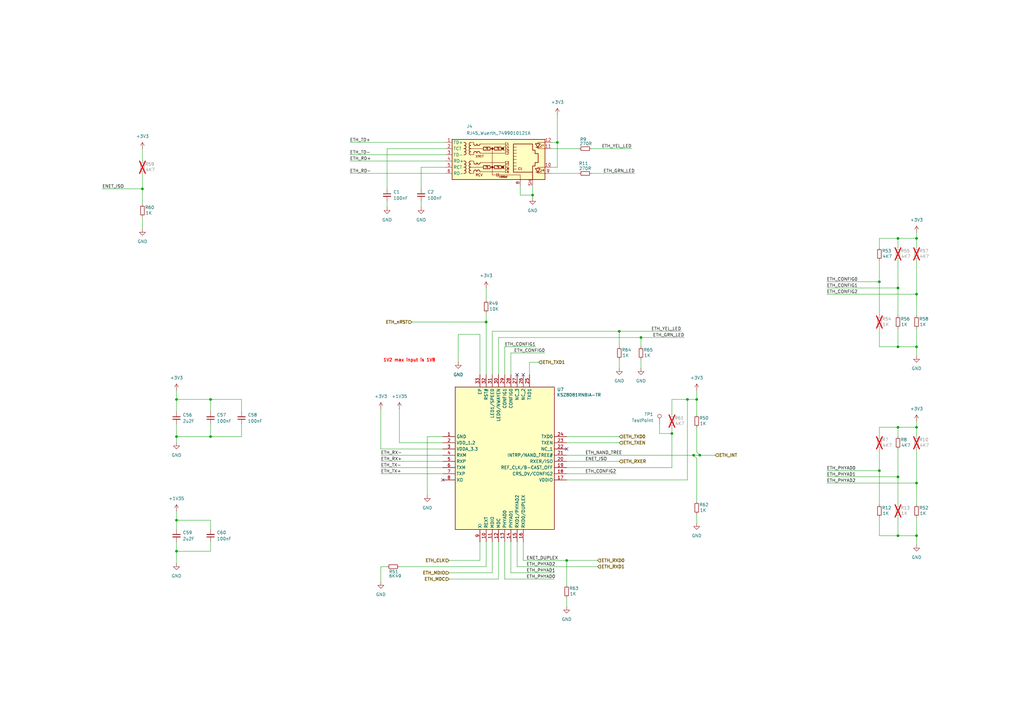
<source format=kicad_sch>
(kicad_sch (version 20250114) (generator "eeschema") (generator_version "9.0")
  (paper "A3")
  (lib_symbols
    (symbol "Connector:RJ45_Wuerth_7499010121A"
      (property "Reference" "J" (at 17.78 10.16 0))
      (property "Value" "RJ45_Wuerth_7499010121A" (at -6.35 10.16 0))
      (symbol "RJ45_Wuerth_7499010121A_0_0"
        (circle (center -1.27 5.08) (radius 0.0001) (stroke (width 0.508)))
        (polyline (pts (xy -1.27 5.08) (xy -1.27 -5.715)))
        (circle (center -1.27 -2.54) (radius 0.0001) (stroke (width 0.508)))
        (polyline (pts (xy 0.635 -5.08) (xy 0.635 -6.35)) (stroke (width 0.254)))
        (polyline (pts (xy 1.27 -5.08) (xy 1.27 -6.35)) (stroke (width 0.254)))
        (polyline (pts (xy 3.048 5.08) (xy 2.54 5.08)))
        (circle (center 3.048 5.08) (radius 0.0001) (stroke (width 0.508)))
        (polyline (pts (xy 3.048 -2.54) (xy 2.54 -2.54)))
        (circle (center 3.048 -2.54) (radius 0.0001) (stroke (width 0.508)))
        (polyline (pts (xy 3.683 5.715) (xy 3.048 5.715) (xy 3.048 4.445) (xy 3.683 4.445)))
        (polyline (pts (xy 3.683 -1.905) (xy 3.048 -1.905) (xy 3.048 -3.175) (xy 3.683 -3.175)))
        (polyline (pts (xy 17.399 7.112) (xy 17.399 7.62) (xy 20.32 7.62)))
        (polyline (pts (xy 17.399 -3.048) (xy 17.399 -2.54) (xy 20.32 -2.54)))
        (polyline (pts (xy 20.32 5.08) (xy 17.399 5.08) (xy 17.399 5.588)))
        (polyline (pts (xy 20.32 -5.08) (xy 17.399 -5.08) (xy 17.399 -4.572)))
        (text "XMIT" (at -8.255 1.905 0) (effects (font (size 1.016 1.016)) (justify left)))
        (text "RCV" (at -8.255 -5.715 0) (effects (font (size 1.016 1.016)) (justify left)))
        (text "C1" (at 4.699 6.985 0) (effects (font (size 0.889 0.889))))
        (text "C4" (at 4.699 5.715 0) (effects (font (size 0.889 0.889))))
        (text "C5" (at 4.699 4.445 0) (effects (font (size 0.889 0.889))))
        (text "C2" (at 4.699 3.175 0) (effects (font (size 0.889 0.889))))
        (text "C3" (at 4.699 -0.635 0) (effects (font (size 0.889 0.889))))
        (text "C7" (at 4.699 -1.905 0) (effects (font (size 0.889 0.889))))
        (text "C8" (at 4.699 -3.175 0) (effects (font (size 0.889 0.889))))
        (text "C6" (at 4.699 -4.445 0) (effects (font (size 0.889 0.889))))
        (text "C1" (at 10.16 -3.175 0) (effects (font (size 0.889 0.889))))
      )
      (symbol "RJ45_Wuerth_7499010121A_0_1"
        (rectangle (start -17.78 8.89) (end 20.32 -7.62) (stroke (width 0.254)) (fill (type background)))
        (polyline (pts (xy -12.7 7.62) (xy -13.081 7.62)))
        (polyline (pts (xy -12.7 5.08) (xy -13.081 5.08)))
        (polyline (pts (xy -12.7 2.54) (xy -13.081 2.54)))
        (polyline (pts (xy -12.7 0) (xy -13.081 0)))
        (polyline (pts (xy -12.7 -2.54) (xy -13.081 -2.54)))
        (polyline (pts (xy -12.7 -5.08) (xy -13.081 -5.08)))
        (polyline (pts (xy -10.16 7.62) (xy -8.89 7.62) (xy -8.89 6.985)))
        (polyline (pts (xy -10.16 0) (xy -8.89 0) (xy -8.89 -0.635)))
        (polyline (pts (xy -8.89 3.175) (xy -8.89 2.54) (xy -10.16 2.54)))
        (polyline (pts (xy -8.89 -4.445) (xy -8.89 -5.08) (xy -10.16 -5.08)))
        (polyline (pts (xy -6.35 6.985) (xy 3.683 6.985)))
        (polyline (pts (xy -6.35 3.175) (xy 3.683 3.175)))
        (polyline (pts (xy -6.35 -4.445) (xy 3.683 -4.445)))
        (polyline (pts (xy -6.223 -0.635) (xy 3.683 -0.635)))
        (polyline (pts (xy -5.08 -2.54) (xy -10.16 -2.54)))
        (polyline (pts (xy -4.953 5.08) (xy -10.16 5.08)))
        (polyline (pts (xy -2.159 5.08) (xy -0.381 5.08)))
        (polyline (pts (xy -2.159 -2.54) (xy -0.381 -2.54)))
        (polyline (pts (xy 0.635 -5.715) (xy -1.27 -5.715)))
        (polyline (pts (xy 7.366 3.175) (xy 8.636 3.175)))
        (polyline (pts (xy 7.366 1.905) (xy 8.636 1.905)))
        (polyline (pts (xy 7.366 0.635) (xy 8.636 0.635)))
        (polyline (pts (xy 7.366 -0.762) (xy 8.636 -0.762)))
        (polyline (pts (xy 7.366 -2.032) (xy 8.636 -2.032)))
        (polyline (pts (xy 8.636 5.715) (xy 7.366 5.715)))
        (polyline (pts (xy 8.636 4.445) (xy 7.366 4.445)))
        (polyline (pts (xy 8.636 -3.302) (xy 7.366 -3.302)))
        (polyline (pts (xy 10.16 -5.715) (xy 1.27 -5.715)))
        (polyline (pts (xy 10.16 -5.715) (xy 10.16 -7.62)))
      )
      (symbol "RJ45_Wuerth_7499010121A_1_0"
        (text "1000pF" (at 3.302 -6.477 0) (effects (font (size 0.635 0.635))))
      )
      (symbol "RJ45_Wuerth_7499010121A_1_1"
        (arc (start -12.7 0) (mid -12.0677 -0.635) (end -12.7 -1.27) (stroke (width 0.254)))
        (arc (start -12.6973 7.62) (mid -12.065 6.985) (end -12.6973 6.35) (stroke (width 0.254)))
        (arc (start -12.6973 -1.27) (mid -12.065 -1.905) (end -12.6973 -2.54) (stroke (width 0.254)))
        (arc (start -12.6973 -2.54) (mid -12.065 -3.175) (end -12.6973 -3.81) (stroke (width 0.254)))
        (arc (start -12.6973 -3.81) (mid -12.065 -4.445) (end -12.6973 -5.08) (stroke (width 0.254)))
        (arc (start -12.6946 6.35) (mid -12.0623 5.715) (end -12.6946 5.08) (stroke (width 0.254)))
        (arc (start -12.6946 5.08) (mid -12.0623 4.445) (end -12.6946 3.81) (stroke (width 0.254)))
        (arc (start -12.6946 3.81) (mid -12.0623 3.175) (end -12.6946 2.54) (stroke (width 0.254)))
        (arc (start -10.1654 6.35) (mid -10.7977 6.985) (end -10.1654 7.62) (stroke (width 0.254)))
        (arc (start -10.1654 5.08) (mid -10.7977 5.715) (end -10.1654 6.35) (stroke (width 0.254)))
        (arc (start -10.1654 3.81) (mid -10.7977 4.445) (end -10.1654 5.08) (stroke (width 0.254)))
        (arc (start -10.1654 -1.27) (mid -10.7977 -0.635) (end -10.1654 0) (stroke (width 0.254)))
        (arc (start -10.1654 -2.54) (mid -10.7977 -1.905) (end -10.1654 -1.27) (stroke (width 0.254)))
        (arc (start -10.1654 -3.81) (mid -10.7977 -3.175) (end -10.1654 -2.54) (stroke (width 0.254)))
        (arc (start -10.1627 2.54) (mid -10.795 3.175) (end -10.1627 3.81) (stroke (width 0.254)))
        (arc (start -10.1627 -5.08) (mid -10.795 -4.445) (end -10.1627 -3.81) (stroke (width 0.254)))
        (arc (start -7.62 6.9823) (mid -8.255 6.35) (end -8.89 6.9823) (stroke (width 0.254)))
        (arc (start -8.89 3.3047) (mid -8.255 3.937) (end -7.62 3.3047) (stroke (width 0.254)))
        (arc (start -8.89 -4.3153) (mid -8.255 -3.683) (end -7.62 -4.3153) (stroke (width 0.254)))
        (arc (start -7.5565 -0.7012) (mid -8.1915 -1.3335) (end -8.8265 -0.7012) (stroke (width 0.254)))
        (arc (start -6.35 6.985) (mid -6.985 6.3527) (end -7.62 6.985) (stroke (width 0.254)))
        (arc (start -7.62 3.3074) (mid -6.985 3.9397) (end -6.35 3.3074) (stroke (width 0.254)))
        (arc (start -7.62 -4.3126) (mid -6.985 -3.6803) (end -6.35 -4.3126) (stroke (width 0.254)))
        (arc (start -6.2865 -0.6985) (mid -6.9215 -1.3308) (end -7.5565 -0.6985) (stroke (width 0.254)))
        (rectangle (start -4.953 5.715) (end -2.159 4.445) (stroke (width 0.254)))
        (rectangle (start -4.953 -1.905) (end -2.159 -3.175) (stroke (width 0.254)))
        (rectangle (start -0.381 5.715) (end 2.413 4.445) (stroke (width 0.254)))
        (rectangle (start -0.381 -1.905) (end 2.413 -3.175) (stroke (width 0.254)))
        (polyline (pts (xy 7.366 -4.572) (xy 7.366 6.985) (xy 15.24 6.985) (xy 15.24 4.445) (xy 16.256 4.445) (xy 16.256 3.048) (xy 17.526 3.048) (xy 17.526 -0.635) (xy 16.256 -0.635) (xy 16.256 -2.032) (xy 15.24 -2.032) (xy 15.24 -4.572) (xy 7.366 -4.572)) (stroke (width 0.254)))
        (polyline (pts (xy 15.24 -7.62) (xy 15.24 -4.572)) (stroke (width 0.254)))
        (polyline (pts (xy 18.161 5.588) (xy 16.637 5.588)) (stroke (width 0.254)))
        (polyline (pts (xy 18.161 -4.572) (xy 16.637 -4.572)) (stroke (width 0.254)))
        (polyline (pts (xy 18.288 7.112) (xy 16.383 7.112) (xy 17.399 5.588) (xy 18.288 7.112)) (stroke (width 0.254)))
        (polyline (pts (xy 18.288 6.096) (xy 18.796 5.588) (xy 18.542 5.588)))
        (polyline (pts (xy 18.288 -3.048) (xy 16.383 -3.048) (xy 17.399 -4.572) (xy 18.288 -3.048)) (stroke (width 0.254)))
        (polyline (pts (xy 18.288 -4.064) (xy 18.796 -4.572) (xy 18.542 -4.572)))
        (polyline (pts (xy 18.542 6.731) (xy 19.05 6.223) (xy 18.796 6.223)))
        (polyline (pts (xy 18.542 -3.429) (xy 19.05 -3.937) (xy 18.796 -3.937)))
        (polyline (pts (xy 18.796 5.588) (xy 18.796 5.842)))
        (polyline (pts (xy 18.796 -4.572) (xy 18.796 -4.318)))
        (polyline (pts (xy 19.05 6.223) (xy 19.05 6.477)))
        (polyline (pts (xy 19.05 -3.937) (xy 19.05 -3.683)))
        (text "75" (at -3.556 5.08 0) (effects (font (size 0.635 0.635))))
        (text "75" (at -3.556 -2.54 0) (effects (font (size 0.635 0.635))))
        (text "75" (at 1.016 5.08 0) (effects (font (size 0.635 0.635))))
        (text "75" (at 1.016 -2.54 0) (effects (font (size 0.635 0.635))))
        (text "Y" (at 19.558 6.35 0) (effects (font (size 0.635 0.635))))
        (text "G" (at 19.685 -3.81 0) (effects (font (size 0.635 0.635))))
        (pin passive line (at -20.32 7.62 0) (length 2.54) (name "TD+") (number "1"))
        (pin passive line (at -20.32 5.08 0) (length 2.54) (name "TCT") (number "2"))
        (pin passive line (at -20.32 2.54 0) (length 2.54) (name "TD-") (number "3"))
        (pin passive line (at -20.32 0 0) (length 2.54) (name "RD+") (number "4"))
        (pin passive line (at -20.32 -2.54 0) (length 2.54) (name "RCT") (number "5"))
        (pin passive line (at -20.32 -5.08 0) (length 2.54) (name "RD-") (number "6"))
        (pin power_in line (at 10.16 -10.16 90) (length 2.54) (name "") (number "8"))
        (pin passive line (at 15.24 -10.16 90) (length 2.54) (name "") (number "SH"))
        (pin no_connect line (at 20.32 0 0) (length 0) (hide yes) (name "NC") (number "7"))
        (pin passive line (at 22.86 7.62 180) (length 2.54) (name "") (number "12"))
        (pin passive line (at 22.86 5.08 180) (length 2.54) (name "") (number "11"))
        (pin passive line (at 22.86 -2.54 180) (length 2.54) (name "") (number "10"))
        (pin passive line (at 22.86 -5.08 180) (length 2.54) (name "") (number "9"))
      )
    )
    (symbol "Connector:TestPoint" (pin_numbers (hide yes)) (pin_names (offset 0.762) (hide yes))
      (property "Reference" "TP" (at 0 6.858 0))
      (property "Value" "TestPoint" (at 0 5.08 0))
      (symbol "TestPoint_0_1"
        (circle (center 0 3.302) (radius 0.762))
      )
      (symbol "TestPoint_1_1"
        (pin passive line (at 0 0 90) (length 2.54) (name "1") (number "1"))
      )
    )
    (symbol "Device:C_Small" (pin_numbers (hide yes)) (pin_names (offset 0.254) (hide yes))
      (property "Reference" "C" (at 0.254 1.778 0))
      (property "Value" "C_Small" (at 0.254 -2.032 0))
      (symbol "C_Small_0_1"
        (polyline (pts (xy -1.524 0.508) (xy 1.524 0.508)) (stroke (width 0.3048)))
        (polyline (pts (xy -1.524 -0.508) (xy 1.524 -0.508)) (stroke (width 0.3302)))
      )
      (symbol "C_Small_1_1"
        (pin passive line (at 0 2.54 270) (length 2.032) (name "~") (number "1"))
        (pin passive line (at 0 -2.54 90) (length 2.032) (name "~") (number "2"))
      )
    )
    (symbol "Device:R_Small" (pin_numbers (hide yes)) (pin_names (offset 0.254) (hide yes))
      (property "Reference" "R" (at 0.762 0.508 0))
      (property "Value" "R_Small" (at 0.762 -1.016 0))
      (symbol "R_Small_0_1"
        (rectangle (start -0.762 1.778) (end 0.762 -1.778) (stroke (width 0.2032)))
      )
      (symbol "R_Small_1_1"
        (pin passive line (at 0 2.54 270) (length 0.762) (name "~") (number "1"))
        (pin passive line (at 0 -2.54 90) (length 0.762) (name "~") (number "2"))
      )
    )
    (symbol "NXP_SBC:KSZ8081RNBIA-TR"
      (property "Reference" "U" (at 46.99 25.4 0))
      (property "Value" "KSZ8081RNBIA-TR" (at 46.99 22.86 0))
      (symbol "KSZ8081RNBIA-TR_1_1"
        (rectangle (start 5.08 20.32) (end 45.72 -38.1) (stroke (width 0.254)) (fill (type background)))
        (pin power_in line (at 0 0 0) (length 5.08) (name "GND") (number "1"))
        (pin power_in line (at 0 -2.54 0) (length 5.08) (name "VDD_1.2") (number "2"))
        (pin power_in line (at 0 -5.08 0) (length 5.08) (name "VDDA_3.3") (number "3"))
        (pin passive line (at 0 -7.62 0) (length 5.08) (name "RXM") (number "4"))
        (pin passive line (at 0 -10.16 0) (length 5.08) (name "RXP") (number "5"))
        (pin passive line (at 0 -12.7 0) (length 5.08) (name "TXM") (number "6"))
        (pin passive line (at 0 -15.24 0) (length 5.08) (name "TXP") (number "7"))
        (pin passive line (at 0 -17.78 0) (length 5.08) (name "XO") (number "8"))
        (pin passive line (at 15.24 25.4 270) (length 5.08) (name "EP") (number "33"))
        (pin passive line (at 15.24 -43.18 90) (length 5.08) (name "XI") (number "9"))
        (pin input line (at 17.78 25.4 270) (length 5.08) (name "RST#") (number "32"))
        (pin passive line (at 17.78 -43.18 90) (length 5.08) (name "REXT") (number "10"))
        (pin passive line (at 20.32 25.4 270) (length 5.08) (name "LED1/SPEED") (number "31"))
        (pin bidirectional line (at 20.32 -43.18 90) (length 5.08) (name "MDIO") (number "11"))
        (pin passive line (at 22.86 25.4 270) (length 5.08) (name "LED0/NWAYEN") (number "30"))
        (pin passive line (at 22.86 -43.18 90) (length 5.08) (name "MDC") (number "12"))
        (pin passive line (at 25.4 25.4 270) (length 5.08) (name "CONFIG1") (number "29"))
        (pin passive line (at 25.4 -43.18 90) (length 5.08) (name "PHYAD0") (number "13"))
        (pin passive line (at 27.94 25.4 270) (length 5.08) (name "CONFIG0") (number "28"))
        (pin passive line (at 27.94 -43.18 90) (length 5.08) (name "PHYAD1") (number "14"))
        (pin passive line (at 30.48 25.4 270) (length 5.08) (name "NC_3") (number "27"))
        (pin passive line (at 30.48 -43.18 90) (length 5.08) (name "RXD1/PHYAD2") (number "15"))
        (pin passive line (at 33.02 25.4 270) (length 5.08) (name "NC_2") (number "26"))
        (pin passive line (at 33.02 -43.18 90) (length 5.08) (name "RXD0/DUPLEX") (number "16"))
        (pin passive line (at 35.56 25.4 270) (length 5.08) (name "TXD1") (number "25"))
        (pin passive line (at 50.8 0 180) (length 5.08) (name "TXD0") (number "24"))
        (pin passive line (at 50.8 -2.54 180) (length 5.08) (name "TXEN") (number "23"))
        (pin passive line (at 50.8 -5.08 180) (length 5.08) (name "NC_1") (number "22"))
        (pin input line (at 50.8 -7.62 180) (length 5.08) (name "INTRP/NAND_TREE#") (number "21"))
        (pin passive line (at 50.8 -10.16 180) (length 5.08) (name "RXER/ISO") (number "20"))
        (pin input line (at 50.8 -12.7 180) (length 5.08) (name "REF_CLK/B-CAST_OFF") (number "19"))
        (pin passive line (at 50.8 -15.24 180) (length 5.08) (name "CRS_DV/CONFIG2") (number "18"))
        (pin power_in line (at 50.8 -17.78 180) (length 5.08) (name "VDDIO") (number "17"))
      )
    )
    (symbol "power:+1V35" (power) (pin_numbers (hide yes)) (pin_names (offset 0) (hide yes))
      (property "Value" "+1V35" (at 0 3.556 0))
      (symbol "+1V35_0_1"
        (polyline (pts (xy -0.762 1.27) (xy 0 2.54)))
        (polyline (pts (xy 0 2.54) (xy 0.762 1.27)))
        (polyline (pts (xy 0 0) (xy 0 2.54)))
      )
      (symbol "+1V35_1_1"
        (pin power_in line (at 0 0 90) (length 0) (name "~") (number "1"))
      )
    )
    (symbol "power:+3V3" (power) (pin_numbers (hide yes)) (pin_names (offset 0) (hide yes))
      (property "Value" "+3V3" (at 0 3.556 0))
      (symbol "+3V3_0_1"
        (polyline (pts (xy -0.762 1.27) (xy 0 2.54)))
        (polyline (pts (xy 0 2.54) (xy 0.762 1.27)))
        (polyline (pts (xy 0 0) (xy 0 2.54)))
      )
      (symbol "+3V3_1_1"
        (pin power_in line (at 0 0 90) (length 0) (name "~") (number "1"))
      )
    )
    (symbol "power:GND" (power) (pin_numbers (hide yes)) (pin_names (offset 0) (hide yes))
      (property "Value" "GND" (at 0 -3.81 0))
      (symbol "GND_0_1"
        (polyline (pts (xy 0 0) (xy 0 -1.27) (xy 1.27 -1.27) (xy 0 -2.54) (xy -1.27 -1.27) (xy 0 -1.27)))
      )
      (symbol "GND_1_1"
        (pin power_in line (at 0 0 270) (length 0) (name "~") (number "1"))
      )
    )
  )
  (text "1V2 max input is 1V8" (at 167.894 147.828 0) (effects (font (size 1.27 1.27) (thickness 0.254) (bold yes))))
  (junction (at 375.92 120.65))
  (junction (at 287.02 186.69))
  (junction (at 72.39 213.36))
  (junction (at 86.36 179.07))
  (junction (at 375.92 175.26))
  (junction (at 228.6 58.42))
  (junction (at 284.48 186.69))
  (junction (at 72.39 179.07))
  (junction (at 368.3 219.71))
  (junction (at 375.92 97.79))
  (junction (at 281.94 163.83))
  (junction (at 368.3 175.26))
  (junction (at 254 135.89))
  (junction (at 375.92 219.71))
  (junction (at 199.39 132.08))
  (junction (at 375.92 198.12))
  (junction (at 360.68 115.57))
  (junction (at 375.92 142.24))
  (junction (at 368.3 97.79))
  (junction (at 368.3 195.58))
  (junction (at 368.3 142.24))
  (junction (at 232.41 229.87))
  (junction (at 72.39 163.83))
  (junction (at 218.44 80.01))
  (junction (at 360.68 193.04))
  (junction (at 86.36 163.83))
  (junction (at 72.39 226.06))
  (junction (at 368.3 118.11))
  (junction (at 262.89 138.43))
  (junction (at 58.42 77.47))
  (junction (at 285.75 163.83))
  (junction (at 275.59 177.8))
  (no_connect (at 181.61 196.85))
  (no_connect (at 232.41 184.15))
  (no_connect (at 214.63 153.67))
  (no_connect (at 212.09 153.67))
  (wire (pts (xy 175.26 179.07) (xy 175.26 203.2)))
  (wire (pts (xy 254 147.32) (xy 254 151.13)))
  (wire (pts (xy 254 135.89) (xy 254 142.24)))
  (wire (pts (xy 201.93 222.25) (xy 201.93 234.95)))
  (wire (pts (xy 360.68 115.57) (xy 339.09 115.57)))
  (wire (pts (xy 270.51 173.99) (xy 270.51 177.8)))
  (wire (pts (xy 72.39 173.99) (xy 72.39 179.07)))
  (wire (pts (xy 58.42 77.47) (xy 58.42 83.82)))
  (wire (pts (xy 172.72 82.55) (xy 172.72 85.09)))
  (wire (pts (xy 279.4 135.89) (xy 254 135.89)))
  (wire (pts (xy 285.75 185.42) (xy 287.02 186.69)))
  (wire (pts (xy 232.41 229.87) (xy 245.11 229.87)))
  (wire (pts (xy 41.91 77.47) (xy 58.42 77.47)))
  (wire (pts (xy 86.36 163.83) (xy 86.36 168.91)))
  (wire (pts (xy 99.06 179.07) (xy 86.36 179.07)))
  (wire (pts (xy 285.75 163.83) (xy 285.75 170.18)))
  (wire (pts (xy 226.06 71.12) (xy 237.49 71.12)))
  (wire (pts (xy 212.09 222.25) (xy 212.09 232.41)))
  (wire (pts (xy 58.42 88.9) (xy 58.42 93.98)))
  (wire (pts (xy 368.3 118.11) (xy 368.3 129.54)))
  (wire (pts (xy 360.68 115.57) (xy 360.68 129.54)))
  (wire (pts (xy 360.68 184.15) (xy 360.68 193.04)))
  (wire (pts (xy 360.68 193.04) (xy 360.68 207.01)))
  (wire (pts (xy 58.42 71.12) (xy 58.42 77.47)))
  (wire (pts (xy 156.21 189.23) (xy 181.61 189.23)))
  (wire (pts (xy 375.92 172.72) (xy 375.92 175.26)))
  (wire (pts (xy 368.3 212.09) (xy 368.3 219.71)))
  (wire (pts (xy 156.21 238.76) (xy 156.21 232.41)))
  (wire (pts (xy 143.51 66.04) (xy 182.88 66.04)))
  (wire (pts (xy 232.41 245.11) (xy 232.41 248.92)))
  (wire (pts (xy 199.39 153.67) (xy 199.39 132.08)))
  (wire (pts (xy 143.51 58.42) (xy 182.88 58.42)))
  (wire (pts (xy 156.21 191.77) (xy 181.61 191.77)))
  (wire (pts (xy 281.94 163.83) (xy 285.75 163.83)))
  (wire (pts (xy 156.21 184.15) (xy 156.21 167.64)))
  (wire (pts (xy 181.61 184.15) (xy 156.21 184.15)))
  (wire (pts (xy 375.92 212.09) (xy 375.92 219.71)))
  (wire (pts (xy 172.72 68.58) (xy 172.72 77.47)))
  (wire (pts (xy 375.92 179.07) (xy 375.92 175.26)))
  (wire (pts (xy 181.61 181.61) (xy 163.83 181.61)))
  (wire (pts (xy 163.83 181.61) (xy 163.83 167.64)))
  (wire (pts (xy 209.55 222.25) (xy 209.55 234.95)))
  (wire (pts (xy 158.75 77.47) (xy 158.75 60.96)))
  (wire (pts (xy 72.39 213.36) (xy 72.39 217.17)))
  (wire (pts (xy 207.01 222.25) (xy 207.01 237.49)))
  (wire (pts (xy 285.75 205.74) (xy 285.75 187.96)))
  (wire (pts (xy 156.21 232.41) (xy 158.75 232.41)))
  (wire (pts (xy 375.92 219.71) (xy 375.92 223.52)))
  (wire (pts (xy 196.85 153.67) (xy 196.85 137.16)))
  (wire (pts (xy 275.59 163.83) (xy 275.59 170.18)))
  (wire (pts (xy 285.75 210.82) (xy 285.75 214.63)))
  (wire (pts (xy 86.36 226.06) (xy 72.39 226.06)))
  (wire (pts (xy 368.3 134.62) (xy 368.3 142.24)))
  (wire (pts (xy 184.15 234.95) (xy 201.93 234.95)))
  (wire (pts (xy 375.92 142.24) (xy 375.92 146.05)))
  (wire (pts (xy 196.85 222.25) (xy 196.85 229.87)))
  (wire (pts (xy 275.59 163.83) (xy 281.94 163.83)))
  (wire (pts (xy 207.01 142.24) (xy 219.71 142.24)))
  (wire (pts (xy 226.06 58.42) (xy 228.6 58.42)))
  (wire (pts (xy 339.09 120.65) (xy 375.92 120.65)))
  (wire (pts (xy 187.96 137.16) (xy 187.96 148.59)))
  (wire (pts (xy 375.92 198.12) (xy 375.92 207.01)))
  (wire (pts (xy 218.44 80.01) (xy 218.44 76.2)))
  (wire (pts (xy 204.47 138.43) (xy 204.47 153.67)))
  (wire (pts (xy 58.42 60.96) (xy 58.42 66.04)))
  (wire (pts (xy 218.44 80.01) (xy 218.44 81.28)))
  (wire (pts (xy 360.68 175.26) (xy 360.68 179.07)))
  (wire (pts (xy 228.6 58.42) (xy 228.6 46.99)))
  (wire (pts (xy 213.36 76.2) (xy 213.36 80.01)))
  (wire (pts (xy 285.75 160.02) (xy 285.75 163.83)))
  (wire (pts (xy 72.39 163.83) (xy 72.39 168.91)))
  (wire (pts (xy 86.36 173.99) (xy 86.36 179.07)))
  (wire (pts (xy 368.3 195.58) (xy 368.3 184.15)))
  (wire (pts (xy 285.75 175.26) (xy 285.75 185.42)))
  (wire (pts (xy 217.17 153.67) (xy 217.17 148.59)))
  (wire (pts (xy 209.55 153.67) (xy 209.55 144.78)))
  (wire (pts (xy 99.06 163.83) (xy 86.36 163.83)))
  (wire (pts (xy 168.91 132.08) (xy 199.39 132.08)))
  (wire (pts (xy 368.3 118.11) (xy 368.3 106.68)))
  (wire (pts (xy 339.09 118.11) (xy 368.3 118.11)))
  (wire (pts (xy 212.09 232.41) (xy 245.11 232.41)))
  (wire (pts (xy 375.92 198.12) (xy 375.92 184.15)))
  (wire (pts (xy 207.01 237.49) (xy 227.33 237.49)))
  (wire (pts (xy 368.3 142.24) (xy 375.92 142.24)))
  (wire (pts (xy 232.41 191.77) (xy 275.59 191.77)))
  (wire (pts (xy 158.75 60.96) (xy 182.88 60.96)))
  (wire (pts (xy 156.21 186.69) (xy 181.61 186.69)))
  (wire (pts (xy 375.92 120.65) (xy 375.92 129.54)))
  (wire (pts (xy 199.39 118.11) (xy 199.39 123.19)))
  (wire (pts (xy 275.59 175.26) (xy 275.59 177.8)))
  (wire (pts (xy 368.3 195.58) (xy 368.3 207.01)))
  (wire (pts (xy 368.3 179.07) (xy 368.3 175.26)))
  (wire (pts (xy 262.89 138.43) (xy 262.89 142.24)))
  (wire (pts (xy 184.15 237.49) (xy 204.47 237.49)))
  (wire (pts (xy 339.09 195.58) (xy 368.3 195.58)))
  (wire (pts (xy 281.94 196.85) (xy 281.94 163.83)))
  (wire (pts (xy 375.92 97.79) (xy 368.3 97.79)))
  (wire (pts (xy 158.75 82.55) (xy 158.75 85.09)))
  (wire (pts (xy 262.89 147.32) (xy 262.89 151.13)))
  (wire (pts (xy 242.57 71.12) (xy 260.35 71.12)))
  (wire (pts (xy 199.39 128.27) (xy 199.39 132.08)))
  (wire (pts (xy 72.39 160.02) (xy 72.39 163.83)))
  (wire (pts (xy 270.51 177.8) (xy 275.59 177.8)))
  (wire (pts (xy 254 135.89) (xy 201.93 135.89)))
  (wire (pts (xy 339.09 198.12) (xy 375.92 198.12)))
  (wire (pts (xy 86.36 179.07) (xy 72.39 179.07)))
  (wire (pts (xy 217.17 148.59) (xy 220.98 148.59)))
  (wire (pts (xy 375.92 120.65) (xy 375.92 106.68)))
  (wire (pts (xy 232.41 186.69) (xy 284.48 186.69)))
  (wire (pts (xy 232.41 196.85) (xy 281.94 196.85)))
  (wire (pts (xy 209.55 234.95) (xy 227.33 234.95)))
  (wire (pts (xy 368.3 101.6) (xy 368.3 97.79)))
  (wire (pts (xy 360.68 142.24) (xy 368.3 142.24)))
  (wire (pts (xy 72.39 226.06) (xy 72.39 231.14)))
  (wire (pts (xy 72.39 179.07) (xy 72.39 181.61)))
  (wire (pts (xy 360.68 219.71) (xy 368.3 219.71)))
  (wire (pts (xy 287.02 186.69) (xy 293.37 186.69)))
  (wire (pts (xy 360.68 97.79) (xy 360.68 101.6)))
  (wire (pts (xy 86.36 213.36) (xy 72.39 213.36)))
  (wire (pts (xy 275.59 177.8) (xy 275.59 191.77)))
  (wire (pts (xy 143.51 71.12) (xy 182.88 71.12)))
  (wire (pts (xy 226.06 60.96) (xy 237.49 60.96)))
  (wire (pts (xy 226.06 68.58) (xy 228.6 68.58)))
  (wire (pts (xy 72.39 209.55) (xy 72.39 213.36)))
  (wire (pts (xy 232.41 179.07) (xy 254 179.07)))
  (wire (pts (xy 360.68 134.62) (xy 360.68 142.24)))
  (wire (pts (xy 368.3 175.26) (xy 360.68 175.26)))
  (wire (pts (xy 86.36 222.25) (xy 86.36 226.06)))
  (wire (pts (xy 232.41 189.23) (xy 254 189.23)))
  (wire (pts (xy 375.92 95.25) (xy 375.92 97.79)))
  (wire (pts (xy 172.72 68.58) (xy 182.88 68.58)))
  (wire (pts (xy 214.63 222.25) (xy 214.63 229.87)))
  (wire (pts (xy 201.93 135.89) (xy 201.93 153.67)))
  (wire (pts (xy 72.39 222.25) (xy 72.39 226.06)))
  (wire (pts (xy 375.92 134.62) (xy 375.92 142.24)))
  (wire (pts (xy 228.6 68.58) (xy 228.6 58.42)))
  (wire (pts (xy 196.85 137.16) (xy 187.96 137.16)))
  (wire (pts (xy 284.48 186.69) (xy 287.02 186.69)))
  (wire (pts (xy 163.83 232.41) (xy 199.39 232.41)))
  (wire (pts (xy 280.67 138.43) (xy 262.89 138.43)))
  (wire (pts (xy 213.36 80.01) (xy 218.44 80.01)))
  (wire (pts (xy 368.3 97.79) (xy 360.68 97.79)))
  (wire (pts (xy 232.41 194.31) (xy 252.73 194.31)))
  (wire (pts (xy 375.92 175.26) (xy 368.3 175.26)))
  (wire (pts (xy 214.63 229.87) (xy 232.41 229.87)))
  (wire (pts (xy 232.41 229.87) (xy 232.41 240.03)))
  (wire (pts (xy 156.21 194.31) (xy 181.61 194.31)))
  (wire (pts (xy 232.41 181.61) (xy 254 181.61)))
  (wire (pts (xy 204.47 222.25) (xy 204.47 237.49)))
  (wire (pts (xy 99.06 173.99) (xy 99.06 179.07)))
  (wire (pts (xy 360.68 106.68) (xy 360.68 115.57)))
  (wire (pts (xy 285.75 187.96) (xy 284.48 186.69)))
  (wire (pts (xy 360.68 212.09) (xy 360.68 219.71)))
  (wire (pts (xy 143.51 63.5) (xy 182.88 63.5)))
  (wire (pts (xy 86.36 163.83) (xy 72.39 163.83)))
  (wire (pts (xy 99.06 168.91) (xy 99.06 163.83)))
  (wire (pts (xy 360.68 193.04) (xy 339.09 193.04)))
  (wire (pts (xy 368.3 219.71) (xy 375.92 219.71)))
  (wire (pts (xy 196.85 229.87) (xy 184.15 229.87)))
  (wire (pts (xy 375.92 101.6) (xy 375.92 97.79)))
  (wire (pts (xy 262.89 138.43) (xy 204.47 138.43)))
  (wire (pts (xy 181.61 179.07) (xy 175.26 179.07)))
  (wire (pts (xy 207.01 153.67) (xy 207.01 142.24)))
  (wire (pts (xy 242.57 60.96) (xy 259.08 60.96)))
  (wire (pts (xy 86.36 217.17) (xy 86.36 213.36)))
  (wire (pts (xy 209.55 144.78) (xy 223.52 144.78)))
  (wire (pts (xy 199.39 222.25) (xy 199.39 232.41)))
  (label "ETH_PHYAD0" (at 339.09 193.04 0) (effects (font (thickness 0.1588))))
  (label "ETH_RX-" (at 156.21 186.69 0))
  (label "ETH_PHYAD1" (at 339.09 195.58 0) (effects (font (thickness 0.1588))))
  (label "ETH_RD+" (at 143.51 66.04 0))
  (label "ETH_GRN_LED" (at 260.35 71.12 180))
  (label "ETH_PHYAD1" (at 215.9 234.95 0) (effects (font (thickness 0.1588))))
  (label "ETH_NAND_TREE" (at 240.03 186.69 0) (effects (font (thickness 0.1588))))
  (label "ETH_CONFIG2" (at 252.73 194.31 180))
  (label "ETH_YEL_LED" (at 279.4 135.89 180))
  (label "ETH_CONFIG1" (at 351.79 118.11 180))
  (label "ENET_DUPLEX" (at 215.9 229.87 0) (effects (font (thickness 0.1588))))
  (label "ETH_GRN_LED" (at 280.67 138.43 180))
  (label "ETH_CONFIG0" (at 351.79 115.57 180))
  (label "ENET_ISO" (at 240.03 189.23 0) (effects (font (thickness 0.1588))))
  (label "ETH_PHYAD2" (at 215.9 232.41 0) (effects (font (thickness 0.1588))))
  (label "ETH_TX+" (at 156.21 194.31 0))
  (label "ETH_CONFIG2" (at 351.79 120.65 180))
  (label "ETH_PHYAD0" (at 215.9 237.49 0) (effects (font (thickness 0.1588))))
  (label "ETH_TD-" (at 143.51 63.5 0))
  (label "ENET_ISO" (at 41.91 77.47 0) (effects (font (thickness 0.1588))))
  (label "ETH_TD+" (at 143.51 58.42 0))
  (label "ETH_CONFIG0" (at 223.52 144.78 180))
  (label "ETH_RD-" (at 143.51 71.12 0))
  (label "ETH_PHYAD2" (at 339.09 198.12 0) (effects (font (thickness 0.1588))))
  (label "ETH_RX+" (at 156.21 189.23 0))
  (label "ETH_CONFIG1" (at 219.71 142.24 180))
  (label "ETH_YEL_LED" (at 259.08 60.96 180))
  (label "ETH_TX-" (at 156.21 191.77 0))
  (hierarchical_label "ETH_TXD0" (shape input) (at 254 179.07 0) (effects (font (thickness 0.254) (bold yes))))
  (hierarchical_label "ETH_RXD1" (shape input) (at 245.11 232.41 0) (effects (font (thickness 0.254) (bold yes))))
  (hierarchical_label "ETH_CLK" (shape input) (at 184.15 229.87 180) (effects (font (thickness 0.254) (bold yes))))
  (hierarchical_label "ETH_RXER" (shape input) (at 254 189.23 0) (effects (font (thickness 0.254) (bold yes))))
  (hierarchical_label "ETH_RXD0" (shape input) (at 245.11 229.87 0) (effects (font (thickness 0.254) (bold yes))))
  (hierarchical_label "ETH_INT" (shape input) (at 293.37 186.69 0) (effects (font (thickness 0.254) (bold yes))))
  (hierarchical_label "ETH_MDC" (shape input) (at 184.15 237.49 180) (effects (font (thickness 0.254) (bold yes))))
  (hierarchical_label "ETH_TXEN" (shape input) (at 254 181.61 0) (effects (font (thickness 0.254) (bold yes))))
  (hierarchical_label "ETH_MDIO" (shape input) (at 184.15 234.95 180) (effects (font (thickness 0.254) (bold yes))))
  (hierarchical_label "ETH_nRST" (shape input) (at 168.91 132.08 180) (effects (font (thickness 0.254) (bold yes))))
  (hierarchical_label "ETH_TXD1" (shape input) (at 220.98 148.59 0) (effects (font (thickness 0.254) (bold yes))))
  (symbol (lib_id "Device:R_Small") (at 199.39 125.73 0) (unit 1)
    (property "Reference" "R49" (at 200.406 124.46 0) (effects (justify left)))
    (property "Value" "10K" (at 200.66 126.746 0) (effects (justify left)))
    (property "Footprint" "Resistor_SMD:R_01005_0402Metric" (effects (hide yes)))
    (property "Description" "Resistor, small symbol" (effects (hide yes)))
  )
  (symbol (lib_id "Device:R_Small") (at 58.42 86.36 0) (unit 1)
    (property "Reference" "R60" (at 59.436 85.09 0) (effects (justify left)))
    (property "Value" "1K" (at 59.69 87.376 0) (effects (justify left)))
    (property "Footprint" "Resistor_SMD:R_01005_0402Metric" (effects (hide yes)))
    (property "Description" "Resistor, small symbol" (effects (hide yes)))
  )
  (symbol (lib_id "Device:R_Small") (at 161.29 232.41 270) (unit 1)
    (property "Reference" "R51" (at 159.512 234.442 90) (effects (justify left)))
    (property "Value" "6K49" (at 159.512 236.22 90) (effects (justify left)))
    (property "Footprint" "Resistor_SMD:R_01005_0402Metric" (effects (hide yes)))
    (property "Description" "Resistor, small symbol" (effects (hide yes)))
  )
  (symbol (lib_id "Device:C_Small") (at 72.39 219.71 0) (unit 1)
    (property "Reference" "C59" (at 74.93 218.4462 0) (effects (justify left)))
    (property "Value" "2u2F" (at 74.93 220.9862 0) (effects (justify left)))
    (property "Footprint" "Capacitor_SMD:C_0603_1608Metric_Pad1.08x0.95mm_HandSolder" (effects (hide yes)))
    (property "Description" "Unpolarized capacitor, small symbol" (effects (hide yes)))
  )
  (symbol (lib_id "power:+3V3") (at 228.6 46.99 0) (unit 1)
    (property "Reference" "#PWR077" (effects (hide yes)))
    (property "Value" "+3V3" (at 228.6 41.91 0))
    (property "Description" "Power symbol creates a global label with name \"+3V3\"" (effects (hide yes)))
  )
  (symbol (lib_id "Device:R_Small") (at 262.89 144.78 0) (unit 1)
    (property "Reference" "R65" (at 263.906 143.51 0) (effects (justify left)))
    (property "Value" "1K" (at 264.16 145.796 0) (effects (justify left)))
    (property "Footprint" "Resistor_SMD:R_01005_0402Metric" (effects (hide yes)))
    (property "Description" "Resistor, small symbol" (effects (hide yes)))
  )
  (symbol (lib_id "Device:R_Small") (at 375.92 181.61 0) (unit 1) (dnp yes)
    (property "Reference" "R10" (at 376.936 180.34 0) (effects (justify left)))
    (property "Value" "4K7" (at 377.19 182.626 0) (effects (justify left)))
    (property "Footprint" "Resistor_SMD:R_01005_0402Metric" (effects (hide yes)))
    (property "Description" "Resistor, small symbol" (effects (hide yes)))
  )
  (symbol (lib_id "power:GND") (at 58.42 93.98 0) (unit 1)
    (property "Reference" "#PWR083" (effects (hide yes)))
    (property "Value" "GND" (at 58.42 99.06 0))
    (property "Description" "Power symbol creates a global label with name \"GND\" , ground" (effects (hide yes)))
  )
  (symbol (lib_id "power:GND") (at 72.39 231.14 0) (unit 1)
    (property "Reference" "#PWR090" (effects (hide yes)))
    (property "Value" "GND" (at 72.39 236.22 0))
    (property "Description" "Power symbol creates a global label with name \"GND\" , ground" (effects (hide yes)))
  )
  (symbol (lib_id "Device:C_Small") (at 99.06 171.45 180) (unit 1)
    (property "Reference" "C58" (at 101.6 170.1735 0) (effects (justify right)))
    (property "Value" "100nF" (at 101.6 172.7135 0) (effects (justify right)))
    (property "Footprint" "Capacitor_SMD:C_0603_1608Metric_Pad1.08x0.95mm_HandSolder" (effects (hide yes)))
    (property "Description" "Unpolarized capacitor, small symbol" (effects (hide yes)))
  )
  (symbol (lib_id "Device:R_Small") (at 360.68 209.55 0) (unit 1)
    (property "Reference" "R12" (at 361.696 208.28 0) (effects (justify left)))
    (property "Value" "1K" (at 361.95 210.566 0) (effects (justify left)))
    (property "Footprint" "Resistor_SMD:R_01005_0402Metric" (effects (hide yes)))
    (property "Description" "Resistor, small symbol" (effects (hide yes)))
  )
  (symbol (lib_id "power:GND") (at 285.75 214.63 0) (unit 1)
    (property "Reference" "#PWR084" (effects (hide yes)))
    (property "Value" "GND" (at 285.75 219.71 0))
    (property "Description" "Power symbol creates a global label with name \"GND\" , ground" (effects (hide yes)))
  )
  (symbol (lib_id "Device:R_Small") (at 285.75 208.28 0) (unit 1)
    (property "Reference" "R62" (at 286.766 207.01 0) (effects (justify left)))
    (property "Value" "1K" (at 287.02 209.296 0) (effects (justify left)))
    (property "Footprint" "Resistor_SMD:R_01005_0402Metric" (effects (hide yes)))
    (property "Description" "Resistor, small symbol" (effects (hide yes)))
  )
  (symbol (lib_id "Connector:TestPoint") (at 270.51 173.99 0) (unit 1)
    (property "Reference" "TP1" (at 267.97 169.926 0) (effects (justify right)))
    (property "Value" "TestPoint" (at 267.97 172.466 0) (effects (justify right)))
    (property "Footprint" "TestPoint:TestPoint_Pad_D1.0mm" (effects (hide yes)))
    (property "Description" "test point" (effects (hide yes)))
  )
  (symbol (lib_id "Device:R_Small") (at 368.3 132.08 0) (unit 1)
    (property "Reference" "R56" (at 369.316 130.81 0) (effects (justify left)))
    (property "Value" "1K" (at 369.57 133.096 0) (effects (justify left)))
    (property "Footprint" "Resistor_SMD:R_01005_0402Metric" (effects (hide yes)))
    (property "Description" "Resistor, small symbol" (effects (hide yes)))
  )
  (symbol (lib_id "power:+1V35") (at 163.83 167.64 0) (unit 1)
    (property "Reference" "#PWR072" (effects (hide yes)))
    (property "Value" "+1V35" (at 163.83 162.56 0))
    (property "Description" "Power symbol creates a global label with name \"+1V35\"" (effects (hide yes)))
  )
  (symbol (lib_id "Device:R_Small") (at 375.92 209.55 0) (unit 1)
    (property "Reference" "R52" (at 376.936 208.28 0) (effects (justify left)))
    (property "Value" "1K" (at 377.19 210.566 0) (effects (justify left)))
    (property "Footprint" "Resistor_SMD:R_01005_0402Metric" (effects (hide yes)))
    (property "Description" "Resistor, small symbol" (effects (hide yes)))
  )
  (symbol (lib_id "power:GND") (at 254 151.13 0) (unit 1)
    (property "Reference" "#PWR086" (effects (hide yes)))
    (property "Value" "GND" (at 254 156.21 0))
    (property "Description" "Power symbol creates a global label with name \"GND\" , ground" (effects (hide yes)))
  )
  (symbol (lib_id "Device:C_Small") (at 86.36 171.45 180) (unit 1)
    (property "Reference" "C57" (at 88.9 170.1735 0) (effects (justify right)))
    (property "Value" "100nF" (at 88.9 172.7135 0) (effects (justify right)))
    (property "Footprint" "Capacitor_SMD:C_0603_1608Metric_Pad1.08x0.95mm_HandSolder" (effects (hide yes)))
    (property "Description" "Unpolarized capacitor, small symbol" (effects (hide yes)))
  )
  (symbol (lib_id "power:+3V3") (at 72.39 160.02 0) (unit 1)
    (property "Reference" "#PWR088" (effects (hide yes)))
    (property "Value" "+3V3" (at 72.39 154.94 0))
    (property "Description" "Power symbol creates a global label with name \"+3V3\"" (effects (hide yes)))
  )
  (symbol (lib_id "power:+3V3") (at 199.39 118.11 0) (unit 1)
    (property "Reference" "#PWR075" (effects (hide yes)))
    (property "Value" "+3V3" (at 199.39 113.03 0))
    (property "Description" "Power symbol creates a global label with name \"+3V3\"" (effects (hide yes)))
  )
  (symbol (lib_id "Device:R_Small") (at 58.42 68.58 0) (unit 1) (dnp yes)
    (property "Reference" "R59" (at 59.436 67.31 0) (effects (justify left)))
    (property "Value" "4K7" (at 59.69 69.596 0) (effects (justify left)))
    (property "Footprint" "Resistor_SMD:R_01005_0402Metric" (effects (hide yes)))
    (property "Description" "Resistor, small symbol" (effects (hide yes)))
  )
  (symbol (lib_id "Device:R_Small") (at 285.75 172.72 0) (unit 1)
    (property "Reference" "R50" (at 286.766 171.45 0) (effects (justify left)))
    (property "Value" "1K" (at 287.02 173.736 0) (effects (justify left)))
    (property "Footprint" "Resistor_SMD:R_01005_0402Metric" (effects (hide yes)))
    (property "Description" "Resistor, small symbol" (effects (hide yes)))
  )
  (symbol (lib_id "power:GND") (at 156.21 238.76 0) (unit 1)
    (property "Reference" "#PWR078" (effects (hide yes)))
    (property "Value" "GND" (at 156.21 243.84 0))
    (property "Description" "Power symbol creates a global label with name \"GND\" , ground" (effects (hide yes)))
  )
  (symbol (lib_id "Device:R_Small") (at 368.3 104.14 0) (unit 1) (dnp yes)
    (property "Reference" "R55" (at 369.316 102.87 0) (effects (justify left)))
    (property "Value" "4K7" (at 369.57 105.156 0) (effects (justify left)))
    (property "Footprint" "Resistor_SMD:R_01005_0402Metric" (effects (hide yes)))
    (property "Description" "Resistor, small symbol" (effects (hide yes)))
  )
  (symbol (lib_id "power:GND") (at 375.92 146.05 0) (unit 1)
    (property "Reference" "#PWR081" (effects (hide yes)))
    (property "Value" "GND" (at 375.92 151.13 0))
    (property "Description" "Power symbol creates a global label with name \"GND\" , ground" (effects (hide yes)))
  )
  (symbol (lib_id "power:GND") (at 262.89 151.13 0) (unit 1)
    (property "Reference" "#PWR087" (effects (hide yes)))
    (property "Value" "GND" (at 262.89 156.21 0))
    (property "Description" "Power symbol creates a global label with name \"GND\" , ground" (effects (hide yes)))
  )
  (symbol (lib_id "NXP_SBC:KSZ8081RNBIA-TR") (at 181.61 179.07 0) (unit 1)
    (property "Reference" "U7" (at 229.87 159.766 0))
    (property "Value" "KSZ8081RNBIA-TR" (at 237.49 161.9818 0))
    (property "Footprint" "QFN50P500X500X100-33N-D" (effects (hide yes)))
    (property "Datasheet" "http://ww1.microchip.com/downloads/en/DeviceDoc/KSZ8081MNX-RNB.pdf" (effects (hide yes)))
    (property "Description" "MICROCHIP - KSZ8081RNBIA-TR - ETHERNET TXRX, 100MBPS, QFN-32" (effects (hide yes)))
    (property "Height" "1" (effects (hide yes)))
    (property "Mouser Part Number" "998-KSZ8081RNBIATR" (effects (hide yes)))
    (property "Mouser Price/Stock" "https://www.mouser.co.uk/ProductDetail/Microchip-Technology/KSZ8081RNBIA-TR?qs=U6T8BxXiZAWQ18bSfvq2UQ%3D%3D" (effects (hide yes)))
    (property "Manufacturer_Name" "Microchip" (effects (hide yes)))
    (property "Manufacturer_Part_Number" "KSZ8081RNBIA-TR" (effects (hide yes)))
  )
  (symbol (lib_id "power:GND") (at 375.92 223.52 0) (unit 1)
    (property "Reference" "#PWR079" (effects (hide yes)))
    (property "Value" "GND" (at 375.92 228.6 0))
    (property "Description" "Power symbol creates a global label with name \"GND\" , ground" (effects (hide yes)))
  )
  (symbol (lib_id "Device:R_Small") (at 375.92 104.14 0) (unit 1) (dnp yes)
    (property "Reference" "R57" (at 376.936 102.87 0) (effects (justify left)))
    (property "Value" "4K7" (at 377.19 105.156 0) (effects (justify left)))
    (property "Footprint" "Resistor_SMD:R_01005_0402Metric" (effects (hide yes)))
    (property "Description" "Resistor, small symbol" (effects (hide yes)))
  )
  (symbol (lib_id "power:GND") (at 158.75 85.09 0) (unit 1)
    (property "Reference" "#PWR014" (effects (hide yes)))
    (property "Value" "GND" (at 158.75 90.17 0))
    (property "Description" "Power symbol creates a global label with name \"GND\" , ground" (effects (hide yes)))
  )
  (symbol (lib_id "power:GND") (at 172.72 85.09 0) (unit 1)
    (property "Reference" "#PWR015" (effects (hide yes)))
    (property "Value" "GND" (at 172.72 90.17 0))
    (property "Description" "Power symbol creates a global label with name \"GND\" , ground" (effects (hide yes)))
  )
  (symbol (lib_id "Device:R_Small") (at 275.59 172.72 0) (unit 1) (dnp yes)
    (property "Reference" "R61" (at 276.606 171.45 0) (effects (justify left)))
    (property "Value" "4K7" (at 276.86 173.736 0) (effects (justify left)))
    (property "Footprint" "Resistor_SMD:R_01005_0402Metric" (effects (hide yes)))
    (property "Description" "Resistor, small symbol" (effects (hide yes)))
  )
  (symbol (lib_id "power:+1V35") (at 72.39 209.55 0) (unit 1)
    (property "Reference" "#PWR089" (effects (hide yes)))
    (property "Value" "+1V35" (at 72.39 204.47 0))
    (property "Description" "Power symbol creates a global label with name \"+1V35\"" (effects (hide yes)))
  )
  (symbol (lib_id "Device:R_Small") (at 360.68 181.61 0) (unit 1) (dnp yes)
    (property "Reference" "R7" (at 361.696 180.34 0) (effects (justify left)))
    (property "Value" "4K7" (at 361.95 182.626 0) (effects (justify left)))
    (property "Footprint" "Resistor_SMD:R_01005_0402Metric" (effects (hide yes)))
    (property "Description" "Resistor, small symbol" (effects (hide yes)))
  )
  (symbol (lib_id "Device:R_Small") (at 375.92 132.08 0) (unit 1)
    (property "Reference" "R58" (at 376.936 130.81 0) (effects (justify left)))
    (property "Value" "1K" (at 377.19 133.096 0) (effects (justify left)))
    (property "Footprint" "Resistor_SMD:R_01005_0402Metric" (effects (hide yes)))
    (property "Description" "Resistor, small symbol" (effects (hide yes)))
  )
  (symbol (lib_id "power:GND") (at 72.39 181.61 0) (unit 1)
    (property "Reference" "#PWR091" (effects (hide yes)))
    (property "Value" "GND" (at 72.39 186.69 0))
    (property "Description" "Power symbol creates a global label with name \"GND\" , ground" (effects (hide yes)))
  )
  (symbol (lib_id "Device:C_Small") (at 72.39 171.45 0) (unit 1)
    (property "Reference" "C56" (at 74.93 170.1862 0) (effects (justify left)))
    (property "Value" "2u2F" (at 74.93 172.7262 0) (effects (justify left)))
    (property "Footprint" "Capacitor_SMD:C_0603_1608Metric_Pad1.08x0.95mm_HandSolder" (effects (hide yes)))
    (property "Description" "Unpolarized capacitor, small symbol" (effects (hide yes)))
  )
  (symbol (lib_id "power:GND") (at 175.26 203.2 0) (unit 1)
    (property "Reference" "#PWR073" (effects (hide yes)))
    (property "Value" "GND" (at 175.26 208.28 0))
    (property "Description" "Power symbol creates a global label with name \"GND\" , ground" (effects (hide yes)))
  )
  (symbol (lib_id "Device:R_Small") (at 254 144.78 0) (unit 1)
    (property "Reference" "R64" (at 255.016 143.51 0) (effects (justify left)))
    (property "Value" "1K" (at 255.27 145.796 0) (effects (justify left)))
    (property "Footprint" "Resistor_SMD:R_01005_0402Metric" (effects (hide yes)))
    (property "Description" "Resistor, small symbol" (effects (hide yes)))
  )
  (symbol (lib_id "Device:R_Small") (at 240.03 60.96 90) (unit 1)
    (property "Reference" "R9" (at 240.538 57.15 90) (effects (justify left)))
    (property "Value" "270R" (at 242.824 58.928 90) (effects (justify left)))
    (property "Footprint" "Resistor_SMD:R_01005_0402Metric" (effects (hide yes)))
    (property "Description" "Resistor, small symbol" (effects (hide yes)))
  )
  (symbol (lib_id "Device:R_Small") (at 232.41 242.57 0) (unit 1)
    (property "Reference" "R63" (at 233.426 241.3 0) (effects (justify left)))
    (property "Value" "1K" (at 233.68 243.586 0) (effects (justify left)))
    (property "Footprint" "Resistor_SMD:R_01005_0402Metric" (effects (hide yes)))
    (property "Description" "Resistor, small symbol" (effects (hide yes)))
  )
  (symbol (lib_id "Device:R_Small") (at 368.3 181.61 0) (unit 1)
    (property "Reference" "R8" (at 369.316 180.34 0) (effects (justify left)))
    (property "Value" "4K7" (at 369.57 182.626 0) (effects (justify left)))
    (property "Footprint" "Resistor_SMD:R_01005_0402Metric" (effects (hide yes)))
    (property "Description" "Resistor, small symbol" (effects (hide yes)))
  )
  (symbol (lib_id "power:+3V3") (at 375.92 172.72 0) (unit 1)
    (property "Reference" "#PWR013" (effects (hide yes)))
    (property "Value" "+3V3" (at 375.92 167.64 0))
    (property "Description" "Power symbol creates a global label with name \"+3V3\"" (effects (hide yes)))
  )
  (symbol (lib_id "power:+3V3") (at 156.21 167.64 0) (unit 1)
    (property "Reference" "#PWR071" (effects (hide yes)))
    (property "Value" "+3V3" (at 156.21 162.56 0))
    (property "Description" "Power symbol creates a global label with name \"+3V3\"" (effects (hide yes)))
  )
  (symbol (lib_id "Device:R_Small") (at 360.68 132.08 0) (unit 1) (dnp yes)
    (property "Reference" "R54" (at 361.696 130.81 0) (effects (justify left)))
    (property "Value" "1K" (at 361.95 133.096 0) (effects (justify left)))
    (property "Footprint" "Resistor_SMD:R_01005_0402Metric" (effects (hide yes)))
    (property "Description" "Resistor, small symbol" (effects (hide yes)))
  )
  (symbol (lib_id "power:GND") (at 218.44 81.28 0) (unit 1)
    (property "Reference" "#PWR016" (effects (hide yes)))
    (property "Value" "GND" (at 218.44 86.36 0))
    (property "Description" "Power symbol creates a global label with name \"GND\" , ground" (effects (hide yes)))
  )
  (symbol (lib_id "Device:R_Small") (at 240.03 71.12 90) (unit 1)
    (property "Reference" "R11" (at 241.3 67.056 90) (effects (justify left)))
    (property "Value" "270R" (at 242.57 69.088 90) (effects (justify left)))
    (property "Footprint" "Resistor_SMD:R_01005_0402Metric" (effects (hide yes)))
    (property "Description" "Resistor, small symbol" (effects (hide yes)))
  )
  (symbol (lib_id "Device:R_Small") (at 368.3 209.55 0) (unit 1) (dnp yes)
    (property "Reference" "R13" (at 369.316 208.28 0) (effects (justify left)))
    (property "Value" "1K" (at 369.57 210.566 0) (effects (justify left)))
    (property "Footprint" "Resistor_SMD:R_01005_0402Metric" (effects (hide yes)))
    (property "Description" "Resistor, small symbol" (effects (hide yes)))
  )
  (symbol (lib_id "power:GND") (at 187.96 148.59 0) (unit 1)
    (property "Reference" "#PWR074" (effects (hide yes)))
    (property "Value" "GND" (at 187.96 153.67 0))
    (property "Description" "Power symbol creates a global label with name \"GND\" , ground" (effects (hide yes)))
  )
  (symbol (lib_id "power:+3V3") (at 375.92 95.25 0) (unit 1)
    (property "Reference" "#PWR080" (effects (hide yes)))
    (property "Value" "+3V3" (at 375.92 90.17 0))
    (property "Description" "Power symbol creates a global label with name \"+3V3\"" (effects (hide yes)))
  )
  (symbol (lib_id "Device:C_Small") (at 86.36 219.71 180) (unit 1)
    (property "Reference" "C60" (at 88.9 218.4335 0) (effects (justify right)))
    (property "Value" "100nF" (at 88.9 220.9735 0) (effects (justify right)))
    (property "Footprint" "Capacitor_SMD:C_0603_1608Metric_Pad1.08x0.95mm_HandSolder" (effects (hide yes)))
    (property "Description" "Unpolarized capacitor, small symbol" (effects (hide yes)))
  )
  (symbol (lib_id "power:+3V3") (at 58.42 60.96 0) (unit 1)
    (property "Reference" "#PWR082" (effects (hide yes)))
    (property "Value" "+3V3" (at 58.42 55.88 0))
    (property "Description" "Power symbol creates a global label with name \"+3V3\"" (effects (hide yes)))
  )
  (symbol (lib_id "Device:C_Small") (at 158.75 80.01 0) (unit 1)
    (property "Reference" "C1" (at 161.29 78.7462 0) (effects (justify left)))
    (property "Value" "100nF" (at 161.29 81.2862 0) (effects (justify left)))
    (property "Footprint" "Capacitor_SMD:C_0603_1608Metric_Pad1.08x0.95mm_HandSolder" (effects (hide yes)))
    (property "Description" "Unpolarized capacitor, small symbol" (effects (hide yes)))
  )
  (symbol (lib_id "Connector:RJ45_Wuerth_7499010121A") (at 203.2 66.04 0) (unit 1)
    (property "Reference" "J4" (at 192.532 51.816 0))
    (property "Value" "RJ45_Wuerth_7499010121A" (at 204.47 54.61 0))
    (property "Footprint" "Connector_RJ:RJ45_Wuerth_7499010121A_Horizontal" (effects (hide yes)))
    (property "Datasheet" "http://katalog.we-online.de/pbs/datasheet/7499010121A.pdf" (effects (hide yes)))
    (property "Description" "LAN Transformer Jack, RJ45, 10/100 BaseT" (effects (hide yes)))
  )
  (symbol (lib_id "Device:C_Small") (at 172.72 80.01 180) (unit 1)
    (property "Reference" "C2" (at 175.26 78.7335 0) (effects (justify right)))
    (property "Value" "100nF" (at 175.26 81.2735 0) (effects (justify right)))
    (property "Footprint" "Capacitor_SMD:C_0603_1608Metric_Pad1.08x0.95mm_HandSolder" (effects (hide yes)))
    (property "Description" "Unpolarized capacitor, small symbol" (effects (hide yes)))
  )
  (symbol (lib_id "power:GND") (at 232.41 248.92 0) (unit 1)
    (property "Reference" "#PWR085" (effects (hide yes)))
    (property "Value" "GND" (at 232.41 254 0))
    (property "Description" "Power symbol creates a global label with name \"GND\" , ground" (effects (hide yes)))
  )
  (symbol (lib_id "power:+3V3") (at 285.75 160.02 0) (unit 1)
    (property "Reference" "#PWR076" (effects (hide yes)))
    (property "Value" "+3V3" (at 285.75 154.94 0))
    (property "Description" "Power symbol creates a global label with name \"+3V3\"" (effects (hide yes)))
  )
  (symbol (lib_id "Device:R_Small") (at 360.68 104.14 0) (unit 1)
    (property "Reference" "R53" (at 361.696 102.87 0) (effects (justify left)))
    (property "Value" "4K7" (at 361.95 105.156 0) (effects (justify left)))
    (property "Footprint" "Resistor_SMD:R_01005_0402Metric" (effects (hide yes)))
    (property "Description" "Resistor, small symbol" (effects (hide yes)))
  )
)
</source>
